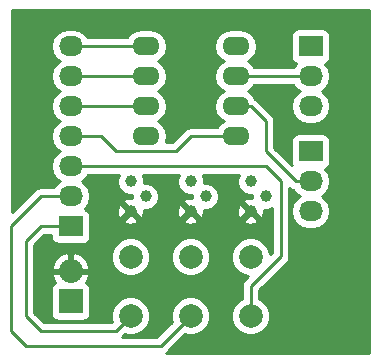
<source format=gtl>
G04 #@! TF.FileFunction,Copper,L1,Top,Signal*
%FSLAX46Y46*%
G04 Gerber Fmt 4.6, Leading zero omitted, Abs format (unit mm)*
G04 Created by KiCad (PCBNEW 4.0.1-stable) date Tuesday, December 29, 2015 'PMt' 07:02:28 PM*
%MOMM*%
G01*
G04 APERTURE LIST*
%ADD10C,0.100000*%
%ADD11C,1.000760*%
%ADD12O,2.300000X1.600000*%
%ADD13C,1.998980*%
%ADD14R,2.032000X1.727200*%
%ADD15O,2.032000X1.727200*%
%ADD16R,2.032000X2.032000*%
%ADD17O,2.032000X2.032000*%
%ADD18C,0.250000*%
%ADD19C,0.254000*%
G04 APERTURE END LIST*
D10*
D11*
X154940000Y-119380000D03*
X153670000Y-120650000D03*
X153670000Y-118110000D03*
D12*
X162560000Y-114300000D03*
X162560000Y-111760000D03*
X162560000Y-109220000D03*
X162560000Y-106680000D03*
X154940000Y-106680000D03*
X154940000Y-109220000D03*
X154940000Y-111760000D03*
X154940000Y-114300000D03*
D13*
X153670000Y-124500640D03*
X153670000Y-129501900D03*
D14*
X168910000Y-106680000D03*
D15*
X168910000Y-109220000D03*
X168910000Y-111760000D03*
D14*
X168910000Y-115570000D03*
D15*
X168910000Y-118110000D03*
X168910000Y-120650000D03*
D11*
X160020000Y-119380000D03*
X158750000Y-120650000D03*
X158750000Y-118110000D03*
X165100000Y-119380000D03*
X163830000Y-120650000D03*
X163830000Y-118110000D03*
D13*
X158750000Y-124500640D03*
X158750000Y-129501900D03*
X163830000Y-124500640D03*
X163830000Y-129501900D03*
D16*
X148590000Y-128270000D03*
D17*
X148590000Y-125730000D03*
D14*
X148590000Y-121920000D03*
D15*
X148590000Y-119380000D03*
X148590000Y-116840000D03*
X148590000Y-114300000D03*
X148590000Y-111760000D03*
X148590000Y-109220000D03*
X148590000Y-106680000D03*
D18*
X162560000Y-109220000D02*
X168910000Y-109220000D01*
X168910000Y-118110000D02*
X167640000Y-118110000D01*
X163830000Y-111760000D02*
X162560000Y-111760000D01*
X165100000Y-113030000D02*
X163830000Y-111760000D01*
X165100000Y-115570000D02*
X165100000Y-113030000D01*
X166370000Y-116840000D02*
X165100000Y-115570000D01*
X167640000Y-118110000D02*
X166370000Y-116840000D01*
X148590000Y-121920000D02*
X146050000Y-121920000D01*
X152400000Y-130771900D02*
X153670000Y-129501900D01*
X152400000Y-130810000D02*
X152400000Y-130771900D01*
X146050000Y-130810000D02*
X152400000Y-130810000D01*
X144780000Y-129540000D02*
X146050000Y-130810000D01*
X144780000Y-123190000D02*
X144780000Y-129540000D01*
X146050000Y-121920000D02*
X144780000Y-123190000D01*
X153631900Y-129540000D02*
X153670000Y-129501900D01*
X148590000Y-119380000D02*
X146050000Y-119380000D01*
X156210000Y-132041900D02*
X158750000Y-129501900D01*
X156210000Y-132080000D02*
X156210000Y-132041900D01*
X144780000Y-132080000D02*
X156210000Y-132080000D01*
X143510000Y-130810000D02*
X144780000Y-132080000D01*
X143510000Y-121920000D02*
X143510000Y-130810000D01*
X146050000Y-119380000D02*
X143510000Y-121920000D01*
X158711900Y-129540000D02*
X158750000Y-129501900D01*
X148590000Y-116840000D02*
X165100000Y-116840000D01*
X163830000Y-127000000D02*
X163830000Y-129501900D01*
X166370000Y-124460000D02*
X163830000Y-127000000D01*
X166370000Y-118110000D02*
X166370000Y-124460000D01*
X165100000Y-116840000D02*
X166370000Y-118110000D01*
X162560000Y-114300000D02*
X158750000Y-114300000D01*
X151130000Y-114300000D02*
X148590000Y-114300000D01*
X152400000Y-115570000D02*
X151130000Y-114300000D01*
X157480000Y-115570000D02*
X152400000Y-115570000D01*
X158750000Y-114300000D02*
X157480000Y-115570000D01*
X148590000Y-111760000D02*
X154940000Y-111760000D01*
X148590000Y-106680000D02*
X154940000Y-106680000D01*
X154940000Y-109220000D02*
X148590000Y-109220000D01*
D19*
G36*
X173863000Y-132640000D02*
X156713579Y-132640000D01*
X156747401Y-132617401D01*
X156824121Y-132502581D01*
X158258917Y-131067785D01*
X158423453Y-131136106D01*
X159073694Y-131136674D01*
X159674655Y-130888362D01*
X160134846Y-130428973D01*
X160384206Y-129828447D01*
X160384774Y-129178206D01*
X160136462Y-128577245D01*
X159677073Y-128117054D01*
X159076547Y-127867694D01*
X158426306Y-127867126D01*
X157825345Y-128115438D01*
X157365154Y-128574827D01*
X157115794Y-129175353D01*
X157115226Y-129825594D01*
X157184309Y-129992789D01*
X155857098Y-131320000D01*
X152955710Y-131320000D01*
X153014121Y-131232581D01*
X153178917Y-131067785D01*
X153343453Y-131136106D01*
X153993694Y-131136674D01*
X154594655Y-130888362D01*
X155054846Y-130428973D01*
X155304206Y-129828447D01*
X155304774Y-129178206D01*
X155056462Y-128577245D01*
X154597073Y-128117054D01*
X153996547Y-127867694D01*
X153346306Y-127867126D01*
X152745345Y-128115438D01*
X152285154Y-128574827D01*
X152035794Y-129175353D01*
X152035226Y-129825594D01*
X152104309Y-129992789D01*
X152047098Y-130050000D01*
X146364802Y-130050000D01*
X145540000Y-129225198D01*
X145540000Y-127254000D01*
X146926560Y-127254000D01*
X146926560Y-129286000D01*
X146970838Y-129521317D01*
X147109910Y-129737441D01*
X147322110Y-129882431D01*
X147574000Y-129933440D01*
X149606000Y-129933440D01*
X149841317Y-129889162D01*
X150057441Y-129750090D01*
X150202431Y-129537890D01*
X150253440Y-129286000D01*
X150253440Y-127254000D01*
X150209162Y-127018683D01*
X150070090Y-126802559D01*
X149907052Y-126691160D01*
X149996385Y-126594818D01*
X150195975Y-126112944D01*
X150076836Y-125857000D01*
X148717000Y-125857000D01*
X148717000Y-125877000D01*
X148463000Y-125877000D01*
X148463000Y-125857000D01*
X147103164Y-125857000D01*
X146984025Y-126112944D01*
X147183615Y-126594818D01*
X147274097Y-126692398D01*
X147122559Y-126789910D01*
X146977569Y-127002110D01*
X146926560Y-127254000D01*
X145540000Y-127254000D01*
X145540000Y-125347056D01*
X146984025Y-125347056D01*
X147103164Y-125603000D01*
X148463000Y-125603000D01*
X148463000Y-124242633D01*
X148717000Y-124242633D01*
X148717000Y-125603000D01*
X150076836Y-125603000D01*
X150195975Y-125347056D01*
X149996385Y-124865182D01*
X149958509Y-124824334D01*
X152035226Y-124824334D01*
X152283538Y-125425295D01*
X152742927Y-125885486D01*
X153343453Y-126134846D01*
X153993694Y-126135414D01*
X154594655Y-125887102D01*
X155054846Y-125427713D01*
X155304206Y-124827187D01*
X155304208Y-124824334D01*
X157115226Y-124824334D01*
X157363538Y-125425295D01*
X157822927Y-125885486D01*
X158423453Y-126134846D01*
X159073694Y-126135414D01*
X159674655Y-125887102D01*
X160134846Y-125427713D01*
X160384206Y-124827187D01*
X160384774Y-124176946D01*
X160136462Y-123575985D01*
X159677073Y-123115794D01*
X159076547Y-122866434D01*
X158426306Y-122865866D01*
X157825345Y-123114178D01*
X157365154Y-123573567D01*
X157115794Y-124174093D01*
X157115226Y-124824334D01*
X155304208Y-124824334D01*
X155304774Y-124176946D01*
X155056462Y-123575985D01*
X154597073Y-123115794D01*
X153996547Y-122866434D01*
X153346306Y-122865866D01*
X152745345Y-123114178D01*
X152285154Y-123573567D01*
X152035794Y-124174093D01*
X152035226Y-124824334D01*
X149958509Y-124824334D01*
X149558379Y-124392812D01*
X148972946Y-124124017D01*
X148717000Y-124242633D01*
X148463000Y-124242633D01*
X148207054Y-124124017D01*
X147621621Y-124392812D01*
X147183615Y-124865182D01*
X146984025Y-125347056D01*
X145540000Y-125347056D01*
X145540000Y-123504802D01*
X146364802Y-122680000D01*
X146926560Y-122680000D01*
X146926560Y-122783600D01*
X146970838Y-123018917D01*
X147109910Y-123235041D01*
X147322110Y-123380031D01*
X147574000Y-123431040D01*
X149606000Y-123431040D01*
X149841317Y-123386762D01*
X150057441Y-123247690D01*
X150202431Y-123035490D01*
X150253440Y-122783600D01*
X150253440Y-121440381D01*
X153059224Y-121440381D01*
X153096418Y-121655532D01*
X153524880Y-121798491D01*
X153975435Y-121766602D01*
X154243582Y-121655532D01*
X154280776Y-121440381D01*
X158139224Y-121440381D01*
X158176418Y-121655532D01*
X158604880Y-121798491D01*
X159055435Y-121766602D01*
X159323582Y-121655532D01*
X159360776Y-121440381D01*
X163219224Y-121440381D01*
X163256418Y-121655532D01*
X163684880Y-121798491D01*
X164135435Y-121766602D01*
X164403582Y-121655532D01*
X164440776Y-121440381D01*
X163830000Y-120829605D01*
X163219224Y-121440381D01*
X159360776Y-121440381D01*
X158750000Y-120829605D01*
X158139224Y-121440381D01*
X154280776Y-121440381D01*
X153670000Y-120829605D01*
X153059224Y-121440381D01*
X150253440Y-121440381D01*
X150253440Y-121056400D01*
X150209162Y-120821083D01*
X150070090Y-120604959D01*
X149923620Y-120504880D01*
X152521509Y-120504880D01*
X152553398Y-120955435D01*
X152664468Y-121223582D01*
X152879619Y-121260776D01*
X153490395Y-120650000D01*
X152879619Y-120039224D01*
X152664468Y-120076418D01*
X152521509Y-120504880D01*
X149923620Y-120504880D01*
X149857890Y-120459969D01*
X149816561Y-120451600D01*
X149834415Y-120439670D01*
X150159271Y-119953489D01*
X150273345Y-119380000D01*
X150159271Y-118806511D01*
X149834415Y-118320330D01*
X149519634Y-118110000D01*
X149834415Y-117899670D01*
X150034648Y-117600000D01*
X152652399Y-117600000D01*
X152534818Y-117883168D01*
X152534424Y-118334850D01*
X152706911Y-118752301D01*
X153026019Y-119071967D01*
X153443168Y-119245182D01*
X153804737Y-119245497D01*
X153804513Y-119502260D01*
X153364565Y-119533398D01*
X153096418Y-119644468D01*
X153059224Y-119859619D01*
X153670000Y-120470395D01*
X153684143Y-120456253D01*
X153863748Y-120635858D01*
X153849605Y-120650000D01*
X154460381Y-121260776D01*
X154675532Y-121223582D01*
X154818491Y-120795120D01*
X154798683Y-120515257D01*
X155164850Y-120515576D01*
X155190736Y-120504880D01*
X157601509Y-120504880D01*
X157633398Y-120955435D01*
X157744468Y-121223582D01*
X157959619Y-121260776D01*
X158570395Y-120650000D01*
X157959619Y-120039224D01*
X157744468Y-120076418D01*
X157601509Y-120504880D01*
X155190736Y-120504880D01*
X155582301Y-120343089D01*
X155901967Y-120023981D01*
X156075182Y-119606832D01*
X156075576Y-119155150D01*
X155903089Y-118737699D01*
X155583981Y-118418033D01*
X155166832Y-118244818D01*
X154805263Y-118244503D01*
X154805576Y-117885150D01*
X154687755Y-117600000D01*
X157732399Y-117600000D01*
X157614818Y-117883168D01*
X157614424Y-118334850D01*
X157786911Y-118752301D01*
X158106019Y-119071967D01*
X158523168Y-119245182D01*
X158884737Y-119245497D01*
X158884513Y-119502260D01*
X158444565Y-119533398D01*
X158176418Y-119644468D01*
X158139224Y-119859619D01*
X158750000Y-120470395D01*
X158764143Y-120456253D01*
X158943748Y-120635858D01*
X158929605Y-120650000D01*
X159540381Y-121260776D01*
X159755532Y-121223582D01*
X159898491Y-120795120D01*
X159878683Y-120515257D01*
X160244850Y-120515576D01*
X160270736Y-120504880D01*
X162681509Y-120504880D01*
X162713398Y-120955435D01*
X162824468Y-121223582D01*
X163039619Y-121260776D01*
X163650395Y-120650000D01*
X163039619Y-120039224D01*
X162824468Y-120076418D01*
X162681509Y-120504880D01*
X160270736Y-120504880D01*
X160662301Y-120343089D01*
X160981967Y-120023981D01*
X161155182Y-119606832D01*
X161155576Y-119155150D01*
X160983089Y-118737699D01*
X160663981Y-118418033D01*
X160246832Y-118244818D01*
X159885263Y-118244503D01*
X159885576Y-117885150D01*
X159767755Y-117600000D01*
X162812399Y-117600000D01*
X162694818Y-117883168D01*
X162694424Y-118334850D01*
X162866911Y-118752301D01*
X163186019Y-119071967D01*
X163603168Y-119245182D01*
X163964737Y-119245497D01*
X163964513Y-119502260D01*
X163524565Y-119533398D01*
X163256418Y-119644468D01*
X163219224Y-119859619D01*
X163830000Y-120470395D01*
X163844143Y-120456253D01*
X164023748Y-120635858D01*
X164009605Y-120650000D01*
X164620381Y-121260776D01*
X164835532Y-121223582D01*
X164978491Y-120795120D01*
X164958683Y-120515257D01*
X165324850Y-120515576D01*
X165610000Y-120397755D01*
X165610000Y-124145198D01*
X165464675Y-124290523D01*
X165464774Y-124176946D01*
X165216462Y-123575985D01*
X164757073Y-123115794D01*
X164156547Y-122866434D01*
X163506306Y-122865866D01*
X162905345Y-123114178D01*
X162445154Y-123573567D01*
X162195794Y-124174093D01*
X162195226Y-124824334D01*
X162443538Y-125425295D01*
X162902927Y-125885486D01*
X163503453Y-126134846D01*
X163620250Y-126134948D01*
X163292599Y-126462599D01*
X163127852Y-126709161D01*
X163070000Y-127000000D01*
X163070000Y-128047404D01*
X162905345Y-128115438D01*
X162445154Y-128574827D01*
X162195794Y-129175353D01*
X162195226Y-129825594D01*
X162443538Y-130426555D01*
X162902927Y-130886746D01*
X163503453Y-131136106D01*
X164153694Y-131136674D01*
X164754655Y-130888362D01*
X165214846Y-130428973D01*
X165464206Y-129828447D01*
X165464774Y-129178206D01*
X165216462Y-128577245D01*
X164757073Y-128117054D01*
X164590000Y-128047679D01*
X164590000Y-127314802D01*
X166907401Y-124997401D01*
X167072148Y-124750840D01*
X167081746Y-124702586D01*
X167130000Y-124460000D01*
X167130000Y-118665710D01*
X167349160Y-118812148D01*
X167438581Y-118829935D01*
X167665585Y-119169670D01*
X167980366Y-119380000D01*
X167665585Y-119590330D01*
X167340729Y-120076511D01*
X167226655Y-120650000D01*
X167340729Y-121223489D01*
X167665585Y-121709670D01*
X168151766Y-122034526D01*
X168725255Y-122148600D01*
X169094745Y-122148600D01*
X169668234Y-122034526D01*
X170154415Y-121709670D01*
X170479271Y-121223489D01*
X170593345Y-120650000D01*
X170479271Y-120076511D01*
X170154415Y-119590330D01*
X169839634Y-119380000D01*
X170154415Y-119169670D01*
X170479271Y-118683489D01*
X170593345Y-118110000D01*
X170479271Y-117536511D01*
X170154415Y-117050330D01*
X170140087Y-117040757D01*
X170161317Y-117036762D01*
X170377441Y-116897690D01*
X170522431Y-116685490D01*
X170573440Y-116433600D01*
X170573440Y-114706400D01*
X170529162Y-114471083D01*
X170390090Y-114254959D01*
X170177890Y-114109969D01*
X169926000Y-114058960D01*
X167894000Y-114058960D01*
X167658683Y-114103238D01*
X167442559Y-114242310D01*
X167297569Y-114454510D01*
X167246560Y-114706400D01*
X167246560Y-116433600D01*
X167290838Y-116668917D01*
X167321736Y-116716934D01*
X165860000Y-115255198D01*
X165860000Y-113030000D01*
X165827179Y-112865000D01*
X165802148Y-112739160D01*
X165637401Y-112492599D01*
X164367401Y-111222599D01*
X164206955Y-111115393D01*
X163959668Y-110745302D01*
X163577582Y-110490000D01*
X163959668Y-110234698D01*
X164129852Y-109980000D01*
X167465352Y-109980000D01*
X167665585Y-110279670D01*
X167980366Y-110490000D01*
X167665585Y-110700330D01*
X167340729Y-111186511D01*
X167226655Y-111760000D01*
X167340729Y-112333489D01*
X167665585Y-112819670D01*
X168151766Y-113144526D01*
X168725255Y-113258600D01*
X169094745Y-113258600D01*
X169668234Y-113144526D01*
X170154415Y-112819670D01*
X170479271Y-112333489D01*
X170593345Y-111760000D01*
X170479271Y-111186511D01*
X170154415Y-110700330D01*
X169839634Y-110490000D01*
X170154415Y-110279670D01*
X170479271Y-109793489D01*
X170593345Y-109220000D01*
X170479271Y-108646511D01*
X170154415Y-108160330D01*
X170140087Y-108150757D01*
X170161317Y-108146762D01*
X170377441Y-108007690D01*
X170522431Y-107795490D01*
X170573440Y-107543600D01*
X170573440Y-105816400D01*
X170529162Y-105581083D01*
X170390090Y-105364959D01*
X170177890Y-105219969D01*
X169926000Y-105168960D01*
X167894000Y-105168960D01*
X167658683Y-105213238D01*
X167442559Y-105352310D01*
X167297569Y-105564510D01*
X167246560Y-105816400D01*
X167246560Y-107543600D01*
X167290838Y-107778917D01*
X167429910Y-107995041D01*
X167642110Y-108140031D01*
X167683439Y-108148400D01*
X167665585Y-108160330D01*
X167465352Y-108460000D01*
X164129852Y-108460000D01*
X163959668Y-108205302D01*
X163577582Y-107950000D01*
X163959668Y-107694698D01*
X164270737Y-107229151D01*
X164379970Y-106680000D01*
X164270737Y-106130849D01*
X163959668Y-105665302D01*
X163494121Y-105354233D01*
X162944970Y-105245000D01*
X162175030Y-105245000D01*
X161625879Y-105354233D01*
X161160332Y-105665302D01*
X160849263Y-106130849D01*
X160740030Y-106680000D01*
X160849263Y-107229151D01*
X161160332Y-107694698D01*
X161542418Y-107950000D01*
X161160332Y-108205302D01*
X160849263Y-108670849D01*
X160740030Y-109220000D01*
X160849263Y-109769151D01*
X161160332Y-110234698D01*
X161542418Y-110490000D01*
X161160332Y-110745302D01*
X160849263Y-111210849D01*
X160740030Y-111760000D01*
X160849263Y-112309151D01*
X161160332Y-112774698D01*
X161542418Y-113030000D01*
X161160332Y-113285302D01*
X160990148Y-113540000D01*
X158750000Y-113540000D01*
X158459160Y-113597852D01*
X158212599Y-113762599D01*
X157165198Y-114810000D01*
X156658525Y-114810000D01*
X156759970Y-114300000D01*
X156650737Y-113750849D01*
X156339668Y-113285302D01*
X155957582Y-113030000D01*
X156339668Y-112774698D01*
X156650737Y-112309151D01*
X156759970Y-111760000D01*
X156650737Y-111210849D01*
X156339668Y-110745302D01*
X155957582Y-110490000D01*
X156339668Y-110234698D01*
X156650737Y-109769151D01*
X156759970Y-109220000D01*
X156650737Y-108670849D01*
X156339668Y-108205302D01*
X155957582Y-107950000D01*
X156339668Y-107694698D01*
X156650737Y-107229151D01*
X156759970Y-106680000D01*
X156650737Y-106130849D01*
X156339668Y-105665302D01*
X155874121Y-105354233D01*
X155324970Y-105245000D01*
X154555030Y-105245000D01*
X154005879Y-105354233D01*
X153540332Y-105665302D01*
X153370148Y-105920000D01*
X150034648Y-105920000D01*
X149834415Y-105620330D01*
X149348234Y-105295474D01*
X148774745Y-105181400D01*
X148405255Y-105181400D01*
X147831766Y-105295474D01*
X147345585Y-105620330D01*
X147020729Y-106106511D01*
X146906655Y-106680000D01*
X147020729Y-107253489D01*
X147345585Y-107739670D01*
X147660366Y-107950000D01*
X147345585Y-108160330D01*
X147020729Y-108646511D01*
X146906655Y-109220000D01*
X147020729Y-109793489D01*
X147345585Y-110279670D01*
X147660366Y-110490000D01*
X147345585Y-110700330D01*
X147020729Y-111186511D01*
X146906655Y-111760000D01*
X147020729Y-112333489D01*
X147345585Y-112819670D01*
X147660366Y-113030000D01*
X147345585Y-113240330D01*
X147020729Y-113726511D01*
X146906655Y-114300000D01*
X147020729Y-114873489D01*
X147345585Y-115359670D01*
X147660366Y-115570000D01*
X147345585Y-115780330D01*
X147020729Y-116266511D01*
X146906655Y-116840000D01*
X147020729Y-117413489D01*
X147345585Y-117899670D01*
X147660366Y-118110000D01*
X147345585Y-118320330D01*
X147145352Y-118620000D01*
X146050000Y-118620000D01*
X145807414Y-118668254D01*
X145759160Y-118677852D01*
X145512599Y-118842599D01*
X143637000Y-120718198D01*
X143637000Y-103580000D01*
X173863000Y-103580000D01*
X173863000Y-132640000D01*
X173863000Y-132640000D01*
G37*
X173863000Y-132640000D02*
X156713579Y-132640000D01*
X156747401Y-132617401D01*
X156824121Y-132502581D01*
X158258917Y-131067785D01*
X158423453Y-131136106D01*
X159073694Y-131136674D01*
X159674655Y-130888362D01*
X160134846Y-130428973D01*
X160384206Y-129828447D01*
X160384774Y-129178206D01*
X160136462Y-128577245D01*
X159677073Y-128117054D01*
X159076547Y-127867694D01*
X158426306Y-127867126D01*
X157825345Y-128115438D01*
X157365154Y-128574827D01*
X157115794Y-129175353D01*
X157115226Y-129825594D01*
X157184309Y-129992789D01*
X155857098Y-131320000D01*
X152955710Y-131320000D01*
X153014121Y-131232581D01*
X153178917Y-131067785D01*
X153343453Y-131136106D01*
X153993694Y-131136674D01*
X154594655Y-130888362D01*
X155054846Y-130428973D01*
X155304206Y-129828447D01*
X155304774Y-129178206D01*
X155056462Y-128577245D01*
X154597073Y-128117054D01*
X153996547Y-127867694D01*
X153346306Y-127867126D01*
X152745345Y-128115438D01*
X152285154Y-128574827D01*
X152035794Y-129175353D01*
X152035226Y-129825594D01*
X152104309Y-129992789D01*
X152047098Y-130050000D01*
X146364802Y-130050000D01*
X145540000Y-129225198D01*
X145540000Y-127254000D01*
X146926560Y-127254000D01*
X146926560Y-129286000D01*
X146970838Y-129521317D01*
X147109910Y-129737441D01*
X147322110Y-129882431D01*
X147574000Y-129933440D01*
X149606000Y-129933440D01*
X149841317Y-129889162D01*
X150057441Y-129750090D01*
X150202431Y-129537890D01*
X150253440Y-129286000D01*
X150253440Y-127254000D01*
X150209162Y-127018683D01*
X150070090Y-126802559D01*
X149907052Y-126691160D01*
X149996385Y-126594818D01*
X150195975Y-126112944D01*
X150076836Y-125857000D01*
X148717000Y-125857000D01*
X148717000Y-125877000D01*
X148463000Y-125877000D01*
X148463000Y-125857000D01*
X147103164Y-125857000D01*
X146984025Y-126112944D01*
X147183615Y-126594818D01*
X147274097Y-126692398D01*
X147122559Y-126789910D01*
X146977569Y-127002110D01*
X146926560Y-127254000D01*
X145540000Y-127254000D01*
X145540000Y-125347056D01*
X146984025Y-125347056D01*
X147103164Y-125603000D01*
X148463000Y-125603000D01*
X148463000Y-124242633D01*
X148717000Y-124242633D01*
X148717000Y-125603000D01*
X150076836Y-125603000D01*
X150195975Y-125347056D01*
X149996385Y-124865182D01*
X149958509Y-124824334D01*
X152035226Y-124824334D01*
X152283538Y-125425295D01*
X152742927Y-125885486D01*
X153343453Y-126134846D01*
X153993694Y-126135414D01*
X154594655Y-125887102D01*
X155054846Y-125427713D01*
X155304206Y-124827187D01*
X155304208Y-124824334D01*
X157115226Y-124824334D01*
X157363538Y-125425295D01*
X157822927Y-125885486D01*
X158423453Y-126134846D01*
X159073694Y-126135414D01*
X159674655Y-125887102D01*
X160134846Y-125427713D01*
X160384206Y-124827187D01*
X160384774Y-124176946D01*
X160136462Y-123575985D01*
X159677073Y-123115794D01*
X159076547Y-122866434D01*
X158426306Y-122865866D01*
X157825345Y-123114178D01*
X157365154Y-123573567D01*
X157115794Y-124174093D01*
X157115226Y-124824334D01*
X155304208Y-124824334D01*
X155304774Y-124176946D01*
X155056462Y-123575985D01*
X154597073Y-123115794D01*
X153996547Y-122866434D01*
X153346306Y-122865866D01*
X152745345Y-123114178D01*
X152285154Y-123573567D01*
X152035794Y-124174093D01*
X152035226Y-124824334D01*
X149958509Y-124824334D01*
X149558379Y-124392812D01*
X148972946Y-124124017D01*
X148717000Y-124242633D01*
X148463000Y-124242633D01*
X148207054Y-124124017D01*
X147621621Y-124392812D01*
X147183615Y-124865182D01*
X146984025Y-125347056D01*
X145540000Y-125347056D01*
X145540000Y-123504802D01*
X146364802Y-122680000D01*
X146926560Y-122680000D01*
X146926560Y-122783600D01*
X146970838Y-123018917D01*
X147109910Y-123235041D01*
X147322110Y-123380031D01*
X147574000Y-123431040D01*
X149606000Y-123431040D01*
X149841317Y-123386762D01*
X150057441Y-123247690D01*
X150202431Y-123035490D01*
X150253440Y-122783600D01*
X150253440Y-121440381D01*
X153059224Y-121440381D01*
X153096418Y-121655532D01*
X153524880Y-121798491D01*
X153975435Y-121766602D01*
X154243582Y-121655532D01*
X154280776Y-121440381D01*
X158139224Y-121440381D01*
X158176418Y-121655532D01*
X158604880Y-121798491D01*
X159055435Y-121766602D01*
X159323582Y-121655532D01*
X159360776Y-121440381D01*
X163219224Y-121440381D01*
X163256418Y-121655532D01*
X163684880Y-121798491D01*
X164135435Y-121766602D01*
X164403582Y-121655532D01*
X164440776Y-121440381D01*
X163830000Y-120829605D01*
X163219224Y-121440381D01*
X159360776Y-121440381D01*
X158750000Y-120829605D01*
X158139224Y-121440381D01*
X154280776Y-121440381D01*
X153670000Y-120829605D01*
X153059224Y-121440381D01*
X150253440Y-121440381D01*
X150253440Y-121056400D01*
X150209162Y-120821083D01*
X150070090Y-120604959D01*
X149923620Y-120504880D01*
X152521509Y-120504880D01*
X152553398Y-120955435D01*
X152664468Y-121223582D01*
X152879619Y-121260776D01*
X153490395Y-120650000D01*
X152879619Y-120039224D01*
X152664468Y-120076418D01*
X152521509Y-120504880D01*
X149923620Y-120504880D01*
X149857890Y-120459969D01*
X149816561Y-120451600D01*
X149834415Y-120439670D01*
X150159271Y-119953489D01*
X150273345Y-119380000D01*
X150159271Y-118806511D01*
X149834415Y-118320330D01*
X149519634Y-118110000D01*
X149834415Y-117899670D01*
X150034648Y-117600000D01*
X152652399Y-117600000D01*
X152534818Y-117883168D01*
X152534424Y-118334850D01*
X152706911Y-118752301D01*
X153026019Y-119071967D01*
X153443168Y-119245182D01*
X153804737Y-119245497D01*
X153804513Y-119502260D01*
X153364565Y-119533398D01*
X153096418Y-119644468D01*
X153059224Y-119859619D01*
X153670000Y-120470395D01*
X153684143Y-120456253D01*
X153863748Y-120635858D01*
X153849605Y-120650000D01*
X154460381Y-121260776D01*
X154675532Y-121223582D01*
X154818491Y-120795120D01*
X154798683Y-120515257D01*
X155164850Y-120515576D01*
X155190736Y-120504880D01*
X157601509Y-120504880D01*
X157633398Y-120955435D01*
X157744468Y-121223582D01*
X157959619Y-121260776D01*
X158570395Y-120650000D01*
X157959619Y-120039224D01*
X157744468Y-120076418D01*
X157601509Y-120504880D01*
X155190736Y-120504880D01*
X155582301Y-120343089D01*
X155901967Y-120023981D01*
X156075182Y-119606832D01*
X156075576Y-119155150D01*
X155903089Y-118737699D01*
X155583981Y-118418033D01*
X155166832Y-118244818D01*
X154805263Y-118244503D01*
X154805576Y-117885150D01*
X154687755Y-117600000D01*
X157732399Y-117600000D01*
X157614818Y-117883168D01*
X157614424Y-118334850D01*
X157786911Y-118752301D01*
X158106019Y-119071967D01*
X158523168Y-119245182D01*
X158884737Y-119245497D01*
X158884513Y-119502260D01*
X158444565Y-119533398D01*
X158176418Y-119644468D01*
X158139224Y-119859619D01*
X158750000Y-120470395D01*
X158764143Y-120456253D01*
X158943748Y-120635858D01*
X158929605Y-120650000D01*
X159540381Y-121260776D01*
X159755532Y-121223582D01*
X159898491Y-120795120D01*
X159878683Y-120515257D01*
X160244850Y-120515576D01*
X160270736Y-120504880D01*
X162681509Y-120504880D01*
X162713398Y-120955435D01*
X162824468Y-121223582D01*
X163039619Y-121260776D01*
X163650395Y-120650000D01*
X163039619Y-120039224D01*
X162824468Y-120076418D01*
X162681509Y-120504880D01*
X160270736Y-120504880D01*
X160662301Y-120343089D01*
X160981967Y-120023981D01*
X161155182Y-119606832D01*
X161155576Y-119155150D01*
X160983089Y-118737699D01*
X160663981Y-118418033D01*
X160246832Y-118244818D01*
X159885263Y-118244503D01*
X159885576Y-117885150D01*
X159767755Y-117600000D01*
X162812399Y-117600000D01*
X162694818Y-117883168D01*
X162694424Y-118334850D01*
X162866911Y-118752301D01*
X163186019Y-119071967D01*
X163603168Y-119245182D01*
X163964737Y-119245497D01*
X163964513Y-119502260D01*
X163524565Y-119533398D01*
X163256418Y-119644468D01*
X163219224Y-119859619D01*
X163830000Y-120470395D01*
X163844143Y-120456253D01*
X164023748Y-120635858D01*
X164009605Y-120650000D01*
X164620381Y-121260776D01*
X164835532Y-121223582D01*
X164978491Y-120795120D01*
X164958683Y-120515257D01*
X165324850Y-120515576D01*
X165610000Y-120397755D01*
X165610000Y-124145198D01*
X165464675Y-124290523D01*
X165464774Y-124176946D01*
X165216462Y-123575985D01*
X164757073Y-123115794D01*
X164156547Y-122866434D01*
X163506306Y-122865866D01*
X162905345Y-123114178D01*
X162445154Y-123573567D01*
X162195794Y-124174093D01*
X162195226Y-124824334D01*
X162443538Y-125425295D01*
X162902927Y-125885486D01*
X163503453Y-126134846D01*
X163620250Y-126134948D01*
X163292599Y-126462599D01*
X163127852Y-126709161D01*
X163070000Y-127000000D01*
X163070000Y-128047404D01*
X162905345Y-128115438D01*
X162445154Y-128574827D01*
X162195794Y-129175353D01*
X162195226Y-129825594D01*
X162443538Y-130426555D01*
X162902927Y-130886746D01*
X163503453Y-131136106D01*
X164153694Y-131136674D01*
X164754655Y-130888362D01*
X165214846Y-130428973D01*
X165464206Y-129828447D01*
X165464774Y-129178206D01*
X165216462Y-128577245D01*
X164757073Y-128117054D01*
X164590000Y-128047679D01*
X164590000Y-127314802D01*
X166907401Y-124997401D01*
X167072148Y-124750840D01*
X167081746Y-124702586D01*
X167130000Y-124460000D01*
X167130000Y-118665710D01*
X167349160Y-118812148D01*
X167438581Y-118829935D01*
X167665585Y-119169670D01*
X167980366Y-119380000D01*
X167665585Y-119590330D01*
X167340729Y-120076511D01*
X167226655Y-120650000D01*
X167340729Y-121223489D01*
X167665585Y-121709670D01*
X168151766Y-122034526D01*
X168725255Y-122148600D01*
X169094745Y-122148600D01*
X169668234Y-122034526D01*
X170154415Y-121709670D01*
X170479271Y-121223489D01*
X170593345Y-120650000D01*
X170479271Y-120076511D01*
X170154415Y-119590330D01*
X169839634Y-119380000D01*
X170154415Y-119169670D01*
X170479271Y-118683489D01*
X170593345Y-118110000D01*
X170479271Y-117536511D01*
X170154415Y-117050330D01*
X170140087Y-117040757D01*
X170161317Y-117036762D01*
X170377441Y-116897690D01*
X170522431Y-116685490D01*
X170573440Y-116433600D01*
X170573440Y-114706400D01*
X170529162Y-114471083D01*
X170390090Y-114254959D01*
X170177890Y-114109969D01*
X169926000Y-114058960D01*
X167894000Y-114058960D01*
X167658683Y-114103238D01*
X167442559Y-114242310D01*
X167297569Y-114454510D01*
X167246560Y-114706400D01*
X167246560Y-116433600D01*
X167290838Y-116668917D01*
X167321736Y-116716934D01*
X165860000Y-115255198D01*
X165860000Y-113030000D01*
X165827179Y-112865000D01*
X165802148Y-112739160D01*
X165637401Y-112492599D01*
X164367401Y-111222599D01*
X164206955Y-111115393D01*
X163959668Y-110745302D01*
X163577582Y-110490000D01*
X163959668Y-110234698D01*
X164129852Y-109980000D01*
X167465352Y-109980000D01*
X167665585Y-110279670D01*
X167980366Y-110490000D01*
X167665585Y-110700330D01*
X167340729Y-111186511D01*
X167226655Y-111760000D01*
X167340729Y-112333489D01*
X167665585Y-112819670D01*
X168151766Y-113144526D01*
X168725255Y-113258600D01*
X169094745Y-113258600D01*
X169668234Y-113144526D01*
X170154415Y-112819670D01*
X170479271Y-112333489D01*
X170593345Y-111760000D01*
X170479271Y-111186511D01*
X170154415Y-110700330D01*
X169839634Y-110490000D01*
X170154415Y-110279670D01*
X170479271Y-109793489D01*
X170593345Y-109220000D01*
X170479271Y-108646511D01*
X170154415Y-108160330D01*
X170140087Y-108150757D01*
X170161317Y-108146762D01*
X170377441Y-108007690D01*
X170522431Y-107795490D01*
X170573440Y-107543600D01*
X170573440Y-105816400D01*
X170529162Y-105581083D01*
X170390090Y-105364959D01*
X170177890Y-105219969D01*
X169926000Y-105168960D01*
X167894000Y-105168960D01*
X167658683Y-105213238D01*
X167442559Y-105352310D01*
X167297569Y-105564510D01*
X167246560Y-105816400D01*
X167246560Y-107543600D01*
X167290838Y-107778917D01*
X167429910Y-107995041D01*
X167642110Y-108140031D01*
X167683439Y-108148400D01*
X167665585Y-108160330D01*
X167465352Y-108460000D01*
X164129852Y-108460000D01*
X163959668Y-108205302D01*
X163577582Y-107950000D01*
X163959668Y-107694698D01*
X164270737Y-107229151D01*
X164379970Y-106680000D01*
X164270737Y-106130849D01*
X163959668Y-105665302D01*
X163494121Y-105354233D01*
X162944970Y-105245000D01*
X162175030Y-105245000D01*
X161625879Y-105354233D01*
X161160332Y-105665302D01*
X160849263Y-106130849D01*
X160740030Y-106680000D01*
X160849263Y-107229151D01*
X161160332Y-107694698D01*
X161542418Y-107950000D01*
X161160332Y-108205302D01*
X160849263Y-108670849D01*
X160740030Y-109220000D01*
X160849263Y-109769151D01*
X161160332Y-110234698D01*
X161542418Y-110490000D01*
X161160332Y-110745302D01*
X160849263Y-111210849D01*
X160740030Y-111760000D01*
X160849263Y-112309151D01*
X161160332Y-112774698D01*
X161542418Y-113030000D01*
X161160332Y-113285302D01*
X160990148Y-113540000D01*
X158750000Y-113540000D01*
X158459160Y-113597852D01*
X158212599Y-113762599D01*
X157165198Y-114810000D01*
X156658525Y-114810000D01*
X156759970Y-114300000D01*
X156650737Y-113750849D01*
X156339668Y-113285302D01*
X155957582Y-113030000D01*
X156339668Y-112774698D01*
X156650737Y-112309151D01*
X156759970Y-111760000D01*
X156650737Y-111210849D01*
X156339668Y-110745302D01*
X155957582Y-110490000D01*
X156339668Y-110234698D01*
X156650737Y-109769151D01*
X156759970Y-109220000D01*
X156650737Y-108670849D01*
X156339668Y-108205302D01*
X155957582Y-107950000D01*
X156339668Y-107694698D01*
X156650737Y-107229151D01*
X156759970Y-106680000D01*
X156650737Y-106130849D01*
X156339668Y-105665302D01*
X155874121Y-105354233D01*
X155324970Y-105245000D01*
X154555030Y-105245000D01*
X154005879Y-105354233D01*
X153540332Y-105665302D01*
X153370148Y-105920000D01*
X150034648Y-105920000D01*
X149834415Y-105620330D01*
X149348234Y-105295474D01*
X148774745Y-105181400D01*
X148405255Y-105181400D01*
X147831766Y-105295474D01*
X147345585Y-105620330D01*
X147020729Y-106106511D01*
X146906655Y-106680000D01*
X147020729Y-107253489D01*
X147345585Y-107739670D01*
X147660366Y-107950000D01*
X147345585Y-108160330D01*
X147020729Y-108646511D01*
X146906655Y-109220000D01*
X147020729Y-109793489D01*
X147345585Y-110279670D01*
X147660366Y-110490000D01*
X147345585Y-110700330D01*
X147020729Y-111186511D01*
X146906655Y-111760000D01*
X147020729Y-112333489D01*
X147345585Y-112819670D01*
X147660366Y-113030000D01*
X147345585Y-113240330D01*
X147020729Y-113726511D01*
X146906655Y-114300000D01*
X147020729Y-114873489D01*
X147345585Y-115359670D01*
X147660366Y-115570000D01*
X147345585Y-115780330D01*
X147020729Y-116266511D01*
X146906655Y-116840000D01*
X147020729Y-117413489D01*
X147345585Y-117899670D01*
X147660366Y-118110000D01*
X147345585Y-118320330D01*
X147145352Y-118620000D01*
X146050000Y-118620000D01*
X145807414Y-118668254D01*
X145759160Y-118677852D01*
X145512599Y-118842599D01*
X143637000Y-120718198D01*
X143637000Y-103580000D01*
X173863000Y-103580000D01*
X173863000Y-132640000D01*
M02*

</source>
